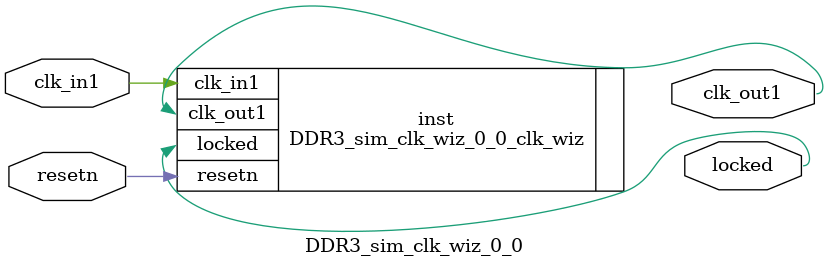
<source format=v>


`timescale 1ps/1ps

(* CORE_GENERATION_INFO = "DDR3_sim_clk_wiz_0_0,clk_wiz_v5_3_3_0,{component_name=DDR3_sim_clk_wiz_0_0,use_phase_alignment=true,use_min_o_jitter=false,use_max_i_jitter=false,use_dyn_phase_shift=false,use_inclk_switchover=false,use_dyn_reconfig=false,enable_axi=0,feedback_source=FDBK_AUTO,PRIMITIVE=MMCM,num_out_clk=1,clkin1_period=10.0,clkin2_period=10.0,use_power_down=false,use_reset=true,use_locked=true,use_inclk_stopped=false,feedback_type=SINGLE,CLOCK_MGR_TYPE=NA,manual_override=false}" *)

module DDR3_sim_clk_wiz_0_0 
 (
  // Clock out ports
  output        clk_out1,
  // Status and control signals
  input         resetn,
  output        locked,
 // Clock in ports
  input         clk_in1
 );

  DDR3_sim_clk_wiz_0_0_clk_wiz inst
  (
  // Clock out ports  
  .clk_out1(clk_out1),
  // Status and control signals               
  .resetn(resetn), 
  .locked(locked),
 // Clock in ports
  .clk_in1(clk_in1)
  );

endmodule

</source>
